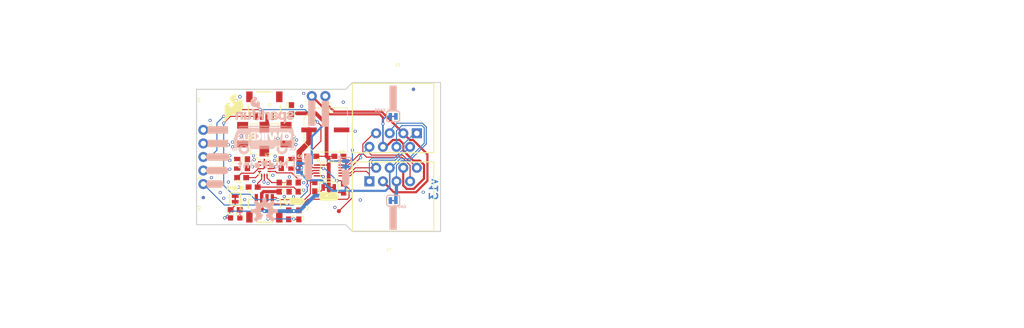
<source format=kicad_pcb>
(kicad_pcb (version 20211014) (generator pcbnew)
  (layers (0 "F.Cu" signal) (31 "B.Cu" signal) (34 "B.Paste" user) (35 "F.Paste" user) (36 "B.SilkS" user "B.Silkscreen") (37 "F.SilkS" user "F.Silkscreen") (38 "B.Mask" user) (39 "F.Mask" user) (44 "Edge.Cuts" user))
  (net 0 "")
  (net 1 "SDA")
  (net 2 "SCL")
  (net 3 "GND")
  (net 4 "VCC_1")
  (net 5 "EN")
  (net 6 "DSDA_N")
  (net 7 "DSDA_P")
  (net 8 "DSCL_P")
  (net 9 "DSCL_N")
  (net 10 "N$3")
  (net 11 "N$4")
  (net 12 "BLUE_N")
  (net 13 "N$13")
  (net 14 "N$14")
  (net 15 "GRN_N")
  (net 16 "VREG_IN")
  (net 17 "3.3V")
  (net 18 "VCC_2")
  (net 19 "N$1")
  (net 20 "SW")
  (net 21 "N$6")
  (net 22 "N$7")
  (net 23 "N$9")
  (footprint "boardEagle:#SDA#0" (layer "F.Cu") (at 127.4191 105.0036)
    (fp_text reference "U$3" hide)
    (fp_text value "" hide)
  )
  (footprint "boardEagle:1X04_NO_SILK" (layer "F.Cu") (at 126.9111 99.9236 -90)
    (fp_text reference "J5")
    (fp_text value "")
  )
  (footprint "boardEagle:0603" (layer "F.Cu") (at 144.8181 115.8621 -90)
    (fp_text reference "C4")
    (fp_text value "1.0uF")
  )
  (footprint "boardEagle:#I2C#0" (layer "F.Cu") (at 148.5646 112.4966)
    (fp_text reference "U$13" hide)
    (fp_text value "" hide)
  )
  (footprint "boardEagle:1210" (layer "F.Cu") (at 134.2771 100.8126 -90)
    (fp_text reference "C11")
    (fp_text value "22uF")
  )
  (footprint "boardEagle:0805" (layer "F.Cu") (at 143.4211 106.2736 90)
    (fp_text reference "C6")
    (fp_text value "4.7uF")
  )
  (footprint "boardEagle:ORDERING_INSTRUCTIONS" (layer "F.Cu") (at 178.9811 75.7936)
    (fp_text reference "U$20" hide)
    (fp_text value "" hide)
  )
  (footprint "boardEagle:QWIIC_4MM" (layer "F.Cu") (at 143.9291 113.3221)
    (fp_text reference "U$22" hide)
    (fp_text value "" hide)
  )
  (footprint "boardEagle:JST04_1MM_RA" (layer "F.Cu") (at 138.3411 112.6236)
    (fp_text reference "J1")
    (fp_text value "QWIIC")
  )
  (footprint "boardEagle:INDUCTOR_5X5MM" (layer "F.Cu") (at 138.3411 101.6381 90)
    (fp_text reference "L2")
    (fp_text value "2.2uH" hide)
  )
  (footprint "boardEagle:FIDUCIAL-MICRO" (layer "F.Cu") (at 126.9111 112.6236)
    (fp_text reference "FD1" hide)
    (fp_text value "FIDUCIALUFIDUCIAL" hide)
  )
  (footprint "boardEagle:0603" (layer "F.Cu") (at 147.2311 104.8766 180)
    (fp_text reference "C1")
    (fp_text value "0.1uF")
  )
  (footprint "boardEagle:RJ45-8" (layer "F.Cu") (at 162.4711 115.9256)
    (fp_text reference "J7")
    (fp_text value "RJ45")
  )
  (footprint "boardEagle:0603" (layer "F.Cu") (at 152.3111 104.8766)
    (fp_text reference "C2")
    (fp_text value "0.1uF")
  )
  (footprint "boardEagle:TSSOP10" (layer "F.Cu") (at 150.4061 107.5436)
    (fp_text reference "U1")
    (fp_text value "PCA9615")
  )
  (footprint "boardEagle:STAND-OFF" (layer "F.Cu") (at 128.1811 94.8436 90)
    (fp_text reference "H4")
    (fp_text value "STAND-OFF")
  )
  (footprint "boardEagle:SMT-JUMPER_3_2-NC_TRACE_SILK" (layer "F.Cu") (at 150.4061 110.7186 180)
    (fp_text reference "I2C0")
    (fp_text value "JUMPER-SMT_3_2-NC_TRACE_SILK")
  )
  (footprint "boardEagle:0603" (layer "F.Cu") (at 142.9131 115.8621 -90)
    (fp_text reference "C3")
    (fp_text value "1.0uF")
  )
  (footprint "boardEagle:0603" (layer "F.Cu") (at 141.5161 106.2736 90)
    (fp_text reference "C8")
    (fp_text value "0.22uF")
  )
  (footprint "boardEagle:0603" (layer "F.Cu") (at 147.8026 110.5916 -90)
    (fp_text reference "R7")
    (fp_text value "4.7k")
  )
  (footprint "boardEagle:0603" (layer "F.Cu") (at 142.9766 110.6551 90)
    (fp_text reference "R2")
    (fp_text value "43k")
  )
  (footprint "boardEagle:SMT-JUMPER_2_NC_TRACE_SILK" (layer "F.Cu") (at 132.8801 112.8776 -90)
    (fp_text reference "PWR0")
    (fp_text value "JUMPER-SMT_2_NC_TRACE_SILK")
  )
  (footprint "boardEagle:PWR0" (layer "F.Cu") (at 130.5941 110.9091)
    (fp_text reference "U$23" hide)
    (fp_text value "" hide)
  )
  (footprint "boardEagle:0603" (layer "F.Cu") (at 144.6911 110.6551 -90)
    (fp_text reference "R3")
    (fp_text value "100k")
  )
  (footprint "boardEagle:STAND-OFF" (layer "F.Cu") (at 128.1811 115.1636 90)
    (fp_text reference "H3")
    (fp_text value "STAND-OFF")
  )
  (footprint "boardEagle:SFE_LOGO_FLAME_.2" (layer "F.Cu") (at 132.6261 95.8596)
    (fp_text reference "LOGO3" hide)
    (fp_text value "SFE_LOGO_FLAME.2_INCH" hide)
  )
  (footprint "boardEagle:RJ45-8" (layer "F.Cu") (at 162.4711 94.2086 180)
    (fp_text reference "J3")
    (fp_text value "RJ45")
  )
  (footprint "boardEagle:0603" (layer "F.Cu") (at 143.4211 96.1136 90)
    (fp_text reference "C14")
    (fp_text value "0.1uF")
  )
  (footprint "boardEagle:1X01_NO_SILK" (layer "F.Cu") (at 126.9111 110.0836)
    (fp_text reference "J4")
    (fp_text value "")
  )
  (footprint "boardEagle:STAND-OFF" (layer "F.Cu") (at 148.5011 115.1636 90)
    (fp_text reference "H2")
    (fp_text value "STAND-OFF")
  )
  (footprint "boardEagle:0603" (layer "F.Cu") (at 135.1661 106.2736 90)
    (fp_text reference "C15")
    (fp_text value "0.22uF")
  )
  (footprint "boardEagle:0603" (layer "F.Cu") (at 153.2001 110.8456 -90)
    (fp_text reference "R8")
    (fp_text value "4.7k")
  )
  (footprint "boardEagle:0603" (layer "F.Cu") (at 136.2456 110.6551 180)
    (fp_text reference "C5")
    (fp_text value "1.0uF")
  )
  (footprint "boardEagle:JST04_1MM_RA" (layer "F.Cu") (at 138.3411 97.3836 180)
    (fp_text reference "J2")
    (fp_text value "QWIIC")
  )
  (footprint "boardEagle:LED-0603" (layer "F.Cu") (at 132.8801 116.4336)
    (fp_text reference "D11")
    (fp_text value "RED")
  )
  (footprint "boardEagle:FIDUCIAL-MICRO" (layer "F.Cu") (at 166.2811 92.3036)
    (fp_text reference "FD2" hide)
    (fp_text value "FIDUCIALUFIDUCIAL" hide)
  )
  (footprint "boardEagle:0805" (layer "F.Cu") (at 133.2611 106.2736 90)
    (fp_text reference "C7")
    (fp_text value "4.7uF")
  )
  (footprint "boardEagle:0603" (layer "F.Cu") (at 134.0866 108.8771 180)
    (fp_text reference "C9")
    (fp_text value "0.1uF")
  )
  (footprint "boardEagle:0603" (layer "F.Cu") (at 132.8801 114.9096 180)
    (fp_text reference "R11")
    (fp_text value "1k")
  )
  (footprint "boardEagle:#EN#0" (layer "F.Cu") (at 127.4191 110.0836)
    (fp_text reference "U$6" hide)
    (fp_text value "" hide)
  )
  (footprint "boardEagle:#GND#0" (layer "F.Cu") (at 127.4191 99.9236)
    (fp_text reference "U$1" hide)
    (fp_text value "" hide)
  )
  (footprint "boardEagle:0603" (layer "F.Cu") (at 141.1351 110.6551 -90)
    (fp_text reference "R1")
    (fp_text value "100k")
  )
  (footprint "boardEagle:8X10.5" (layer "F.Cu") (at 149.7691 99.9236)
    (fp_text reference "C12")
    (fp_text value "100uF")
  )
  (footprint "boardEagle:#SCL#0" (layer "F.Cu") (at 127.4191 107.5436)
    (fp_text reference "U$4" hide)
    (fp_text value "" hide)
  )
  (footprint "boardEagle:1X02_NO_SILK" (layer "F.Cu") (at 149.7711 93.5736 180)
    (fp_text reference "J6")
    (fp_text value "")
  )
  (footprint "boardEagle:CREATIVE_COMMONS" (layer "F.Cu") (at 109.1311 134.2136)
    (fp_text reference "FRAME1" hide)
    (fp_text value "FRAME-LETTER" hide)
  )
  (footprint "boardEagle:1210" (layer "F.Cu") (at 142.4051 100.8126 -90)
    (fp_text reference "C10")
    (fp_text value "22uF")
  )
  (footprint "boardEagle:VQFN-HR-12" (layer "F.Cu") (at 138.3411 107.0356)
    (fp_text reference "U3")
    (fp_text value "LMR33630")
  )
  (footprint "boardEagle:PAD.03X.03" (layer "F.Cu") (at 152.3111 115.1636)
    (fp_text reference "TP1" hide)
    (fp_text value "TEST-POINT3" hide)
  )
  (footprint "boardEagle:#3V3#0" (layer "F.Cu") (at 127.4191 102.4636)
    (fp_text reference "U$2" hide)
    (fp_text value "" hide)
  )
  (footprint "boardEagle:SMT-JUMPER_2_NC_TRACE_SILK" (layer "B.Cu") (at 162.4711 97.3836 180)
    (fp_text reference "HV_GND0")
    (fp_text value "JUMPER-SMT_2_NC_TRACE_SILK")
  )
  (footprint "boardEagle:#BP#0" (layer "B.Cu") (at 153.5811 107.2261 -90)
    (fp_text reference "U$5" hide)
    (fp_text value "" hide)
  )
  (footprint "boardEagle:#EN#0" (layer "B.Cu") (at 130.7211 110.0836 180)
    (fp_text reference "U$12" hide)
    (fp_text value "" hide)
  )
  (footprint "boardEagle:SMT-JUMPER_3_NO_SILK" (layer "B.Cu") (at 144.9451 107.0356 -90)
    (fp_text reference "PSEL0")
    (fp_text value "JUMPER-SMT_3_NO_SILK")
  )
  (footprint "boardEagle:#GND2#0" (layer "B.Cu") (at 147.2311 94.0816 -90)
    (fp_text reference "U$24" hide)
    (fp_text value "" hide)
  )
  (footprint "boardEagle:SMT-JUMPER_2_NC_TRACE_SILK" (layer "B.Cu") (at 153.5811 106.2736 -90)
    (fp_text reference "BP0")
    (fp_text value "JUMPER-SMT_2_NC_TRACE_SILK")
  )
  (footprint "boardEagle:#SCL#0" (layer "B.Cu") (at 131.6101 107.5436 180)
    (fp_text reference "U$10" hide)
    (fp_text value "" hide)
  )
  (footprint "boardEagle:#PSEL#0" (layer "B.Cu") (at 146.5961 104.3686 -90)
    (fp_text reference "U$17" hide)
    (fp_text value "" hide)
  )
  (footprint "boardEagle:20" (layer "B.Cu") (at 145.0086 103.7971 -90)
    (fp_text reference "U$19" hide)
    (fp_text value "" hide)
  )
  (footprint "boardEagle:10" (layer "B.Cu") (at 144.9451 108.1151 -90)
    (fp_text reference "U$18" hide)
    (fp_text value "" hide)
  )
  (footprint "boardEagle:MIDPOINT0" (layer "B.Cu") (at 143.8021 106.4006 180)
    (fp_text reference "U$30" hide)
    (fp_text value "" hide)
  )
  (footprint "boardEagle:SFE_LOGO_NAME_FLAME_.1" (layer "B.Cu") (at 138.3411 97.3836 180)
    (fp_text reference "LOGO4" hide)
    (fp_text value "SFE_LOGO_NAME_FLAME.1_INCH" hide)
  )
  (footprint "boardEagle:SMT-JUMPER_2_NC_TRACE_SILK" (layer "B.Cu") (at 162.4711 113.1951)
    (fp_text reference "GND\\0")
    (fp_text value "JUMPER-SMT_2_NC_TRACE_SILK")
  )
  (footprint "boardEagle:#GND1#0" (layer "B.Cu") (at 162.4711 113.8936 -90)
    (fp_text reference "U$14" hide)
    (fp_text value "" hide)
  )
  (footprint "boardEagle:#VCC2#0" (layer "B.Cu") (at 149.7711 94.1451 -90)
    (fp_text reference "U$16" hide)
    (fp_text value "" hide)
  )
  (footprint "boardEagle:#SDA#0" (layer "B.Cu") (at 131.8641 105.0036 180)
    (fp_text reference "U$9" hide)
    (fp_text value "" hide)
  )
  (footprint "boardEagle:FIDUCIAL-MICRO" (layer "B.Cu") (at 166.2811 92.3036 180)
    (fp_text reference "FD4" hide)
    (fp_text value "FIDUCIALUFIDUCIAL" hide)
  )
  (footprint "boardEagle:QWIICBUS#WORKING#LOGO#JPG" (layer "B.Cu") (at 137.8331 101.4476 180)
    (fp_text reference "U$15" hide)
    (fp_text value "" hide)
  )
  (footprint "boardEagle:#GND#0" (layer "B.Cu") (at 131.8641 99.9236 180)
    (fp_text reference "U$7" hide)
    (fp_text value "" hide)
  )
  (footprint "boardEagle:OSHW-LOGO-M" (layer "B.Cu") (at 138.3411 115.1636 180)
    (fp_text reference "LOGO1" hide)
    (fp_text value "OSHW-LOGOM" hide)
  )
  (footprint "boardEagle:#GND2#0" (layer "B.Cu") (at 162.4711 96.6851 90)
    (fp_text reference "U$11" hide)
    (fp_text value "" hide)
  )
  (footprint "boardEagle:#3V3#0" (layer "B.Cu") (at 131.8641 102.4636 180)
    (fp_text reference "U$8" hide)
    (fp_text value "" hide)
  )
  (footprint "boardEagle:FIDUCIAL-MICRO" (layer "B.Cu") (at 126.9111 112.6236 180)
    (fp_text reference "FD3" hide)
    (fp_text value "FIDUCIALUFIDUCIAL" hide)
  )
  (gr_line (start 153.5811 92.3036) (end 154.8511 91.0336) (layer "Edge.Cuts") (width 0.2032))
  (gr_line (start 154.8511 118.9736) (end 153.5811 117.7036) (layer "Edge.Cuts") (width 0.2032))
  (gr_line (start 125.6411 92.3036) (end 153.5811 92.3036) (layer "Edge.Cuts") (width 0.2032))
  (gr_line (start 153.5811 117.7036) (end 125.6411 117.7036) (layer "Edge.Cuts") (width 0.2032))
  (gr_line (start 154.8511 91.0336) (end 171.3611 91.0336) (layer "Edge.Cuts") (width 0.2032))
  (gr_line (start 171.3611 118.9736) (end 154.8511 118.9736) (layer "Edge.Cuts") (width 0.2032))
  (gr_line (start 171.3611 91.0336) (end 171.3611 118.9736) (layer "Edge.Cuts") (width 0.2032))
  (gr_line (start 125.6411 117.7036) (end 125.6411 92.3036) (layer "Edge.Cuts") (width 0.2032))
  (gr_text "v13" (at 170.9801 108.8771 -270) (layer "B.Cu") (effects (font (size 1.5113 1.5113) (thickness 0.2667)) (justify left bottom mirror)))
  (segment (start 148.1471 107.0261) (end 147.4121 107.0261) (width 0.2032) (layer "F.Cu") (net 1))
  (segment (start 151.9301 109.4486) (end 152.6531 109.4486) (width 0.2032) (layer "F.Cu") (net 1))
  (segment (start 149.2536 107.0261) (end 148.1471 107.0261) (width 0.2032) (layer "F.Cu") (net 1))
  (segment (start 130.7211 97.3836) (end 131.9911 96.1136) (width 0.2032) (layer "F.Cu") (net 1))
  (segment (start 152.6531 109.4486) (end 153.2001 109.9956) (width 0.2032) (layer "F.Cu") (net 1))
  (segment (start 147.4121 107.0261) (end 147.2311 106.8451) (width 0.2032) (layer "F.Cu") (net 1))
  (segment (start 148.9456 102.0191) (end 147.2311 103.7336) (width 0.2032) (layer "F.Cu") (net 1))
  (segment (start 153.8986 112.9411) (end 146.5326 112.9411) (width 0.2032) (layer "F.Cu") (net 1))
  (segment (start 153.2001 109.9956) (end 154.2161 111.0116) (width 0.2032) (layer "F.Cu") (net 1))
  (segment (start 148.9456 99.0981) (end 148.9456 102.0191) (width 0.2032) (layer "F.Cu") (net 1))
  (segment (start 139.1031 113.8301) (end 138.8411 113.5681) (width 0.2032) (layer "F.Cu") (net 1))
  (segment (start 154.2161 111.0116) (end 154.2161 112.6236) (width 0.2032) (layer "F.Cu") (net 1))
  (segment (start 138.8491 112.6156) (end 138.8411 112.6236) (width 0.2032) (layer "F.Cu") (net 1))
  (segment (start 148.3106 98.4631) (end 148.9456 99.0981) (width 0.2032) (layer "F.Cu") (net 1))
  (segment (start 138.8411 113.5681) (end 138.8411 112.6236) (width 0.2032) (layer "F.Cu") (net 1))
  (segment (start 137.5791 96.1136) (end 137.8411 96.3756) (width 0.2032) (layer "F.Cu") (net 1))
  (segment (start 149.3901 107.1626) (end 149.2536 107.0261) (width 0.2032) (layer "F.Cu") (net 1))
  (segment (start 131.9911 96.1136) (end 137.5791 96.1136) (width 0.2032) (layer "F.Cu") (net 1))
  (segment (start 147.2311 106.8451) (end 147.2311 103.7336) (width 0.2032) (layer "F.Cu") (net 1))
  (segment (start 137.8411 96.3756) (end 137.8411 97.3836) (width 0.2032) (layer "F.Cu") (net 1))
  (segment (start 146.5326 112.9411) (end 145.6436 113.8301) (width 0.2032) (layer "F.Cu") (net 1))
  (segment (start 145.6436 113.8301) (end 139.1031 113.8301) (width 0.2032) (layer "F.Cu") (net 1))
  (segment (start 154.2161 112.6236) (end 153.8986 112.9411) (width 0.2032) (layer "F.Cu") (net 1))
  (via (at 130.7211 97.3836) (size 0.5842) (drill 0.3302) (layers "F.Cu" "B.Cu") (net 1))
  (via (at 137.5791 96.1136) (size 0.5842) (drill 0.3302) (layers "F.Cu" "B.Cu") (net 1))
  (via (at 151.9301 109.4486) (size 0.635) (drill 0.381) (layers "F.Cu" "B.Cu") (net 1))
  (via (at 149.3901 107.1626) (size 0.5842) (drill 0.3302) (layers "F.Cu" "B.Cu") (net 1))
  (via (at 148.3106 98.4631) (size 0.5842) (drill 0.3302) (layers "F.Cu" "B.Cu") (net 1))
  (segment (start 145.9611 96.1136) (end 137.5791 96.1136) (width 0.2032) (layer "B.Cu") (net 1))
  (segment (start 129.4511 103.7336) (end 129.4511 98.6536) (width 0.2032) (layer "B.Cu") (net 1))
  (segment (start 129.4511 98.6536) (end 130.7211 97.3836) (width 0.2032) (layer "B.Cu") (net 1))
  (segment (start 149.6441 107.1626) (end 149.3901 107.1626) (width 0.2032) (layer "B.Cu") (net 1))
  (segment (start 126.9111 105.0036) (end 128.1811 105.0036) (width 0.2032) (layer "B.Cu") (net 1))
  (segment (start 128.1811 105.0036) (end 129.4511 103.7336) (width 0.2032) (layer "B.Cu") (net 1))
  (segment (start 148.3106 98.4631) (end 145.9611 96.1136) (width 0.2032) (layer "B.Cu") (net 1))
  (segment (start 151.9301 109.4486) (end 149.6441 107.1626) (width 0.2032) (layer "B.Cu") (net 1))
  (segment (start 147.8026 109.7416) (end 146.9771 109.7416) (width 0.2032) (layer "F.Cu") (net 2))
  (segment (start 140.5001 112.6236) (end 140.8811 113.0046) (width 0.2032) (layer "F.Cu") (net 2))
  (segment (start 136.8411 97.3836) (end 131.9911 97.3836) (width 0.2032) (layer "F.Cu") (net 2))
  (segment (start 146.9771 108.5596) (end 146.9771 109.7416) (width 0.2032) (layer "F.Cu") (net 2))
  (segment (start 146.9771 109.7416) (end 146.9771 111.9251) (width 0.2032) (layer "F.Cu") (net 2))
  (segment (start 131.9911 97.3836) (end 130.7211 98.6536) (width 0.2032) (layer "F.Cu") (net 2))
  (segment (start 145.8976 113.0046) (end 140.8811 113.0046) (width 0.2032) (layer "F.Cu") (net 2))
  (segment (start 147.5106 108.0261) (end 148.1471 108.0261) (width 0.2032) (layer "F.Cu") (net 2))
  (segment (start 139.8411 112.6236) (end 140.5001 112.6236) (width 0.2032) (layer "F.Cu") (net 2))
  (segment (start 146.9771 111.9251) (end 145.8976 113.0046) (width 0.2032) (layer "F.Cu") (net 2))
  (segment (start 147.5106 108.0261) (end 146.9771 108.5596) (width 0.2032) (layer "F.Cu") (net 2))
  (via (at 130.7211 98.6536) (size 0.5842) (drill 0.3302) (layers "F.Cu" "B.Cu") (net 2))
  (via (at 140.8811 113.0046) (size 0.5842) (drill 0.3302) (layers "F.Cu" "B.Cu") (net 2))
  (segment (start 136.6266 113.0046) (end 140.8811 113.0046) (width 0.2032) (layer "B.Cu") (net 2))
  (segment (start 136.6266 113.0046) (end 135.6106 111.9886) (width 0.2032) (layer "B.Cu") (net 2))
  (segment (start 132.3721 111.9886) (end 135.6106 111.9886) (width 0.2032) (layer "B.Cu") (net 2))
  (segment (start 130.7211 110.3376) (end 132.3721 111.9886) (width 0.2032) (layer "B.Cu") (net 2))
  (segment (start 126.9111 107.5436) (end 130.7211 107.5436) (width 0.2032) (layer "B.Cu") (net 2))
  (segment (start 130.7211 98.6536) (end 130.7211 107.5436) (width 0.2032) (layer "B.Cu") (net 2))
  (segment (start 130.7211 107.5436) (end 130.7211 110.3376) (width 0.2032) (layer "B.Cu") (net 2))
  (segment (start 144.8181 116.7121) (end 144.0171 116.7121) (width 0.2032) (layer "F.Cu") (net 3))
  (segment (start 149.2346 108.5311) (end 149.3901 108.6866) (width 0.2032) (layer "F.Cu") (net 3))
  (segment (start 138.3411 108.4356) (end 138.3411 109.8296) (width 0.2032) (layer "F.Cu") (net 3))
  (segment (start 144.0171 116.7121) (end 143.9291 116.6241) (width 0.2032) (layer "F.Cu") (net 3))
  (segment (start 148.1471 108.5311) (end 149.2346 108.5311) (width 0.2032) (layer "F.Cu") (net 3))
  (segment (start 143.9291 116.6241) (end 143.8656 116.6241) (width 0.2032) (layer "F.Cu") (net 3))
  (via (at 131.8641 104.7496) (size 0.5842) (drill 0.3302) (layers "F.Cu" "B.Cu") (net 3))
  (via (at 155.3591 100.1776) (size 0.5842) (drill 0.3302) (layers "F.Cu" "B.Cu") (net 3))
  (via (at 139.0396 116.6241) (size 0.604) (drill 0.35) (layers "F.Cu" "B.Cu") (net 3))
  (via (at 144.2466 102.6541) (size 0.5842) (drill 0.3302) (layers "F.Cu" "B.Cu") (net 3))
  (via (at 145.7071 111.2266) (size 0.5842) (drill 0.3302) (layers "F.Cu" "B.Cu") (net 3))
  (via (at 134.6581 113.0046) (size 0.5842) (drill 0.3302) (layers "F.Cu" "B.Cu") (net 3))
  (via (at 133.0071 94.4626) (size 0.635) (drill 0.381) (layers "F.Cu" "B.Cu") (net 3))
  (via (at 131.6101 109.7026) (size 0.5842) (drill 0.3302) (layers "F.Cu" "B.Cu") (net 3))
  (via (at 139.9286 108.4326) (size 0.5842) (drill 0.3302) (layers "F.Cu" "B.Cu") (net 3))
  (via (at 153.1366 94.7166) (size 0.5842) (drill 0.3302) (layers "F.Cu" "B.Cu") (net 3))
  (via (at 145.7071 109.8296) (size 0.5842) (drill 0.3302) (layers "F.Cu" "B.Cu") (net 3))
  (via (at 131.6101 102.7176) (size 0.5842) (drill 0.3302) (layers "F.Cu" "B.Cu") (net 3))
  (via (at 140.8811 101.5111) (size 0.5842) (drill 0.3302) (layers "F.Cu" "B.Cu") (net 3))
  (via (at 140.2461 105.6386) (size 0.5842) (drill 0.3302) (layers "F.Cu" "B.Cu") (net 3))
  (via (at 143.0401 108.7501) (size 0.5842) (drill 0.3302) (layers "F.Cu" "B.Cu") (net 3))
  (via (at 151.5491 114.4651) (size 0.5842) (drill 0.3302) (layers "F.Cu" "B.Cu") (net 3))
  (via (at 130.7211 112.7506) (size 0.5842) (drill 0.3302) (layers "F.Cu" "B.Cu") (net 3))
  (via (at 149.3901 108.6866) (size 0.5842) (drill 0.3302) (layers "F.Cu" "B.Cu") (net 3))
  (via (at 131.8641 107.2896) (size 0.5842) (drill 0.3302) (layers "F.Cu" "B.Cu") (net 3))
  (via (at 142.5321 101.1301) (size 0.5842) (drill 0.3302) (layers "F.Cu" "B.Cu") (net 3))
  (via (at 132.3721 103.0986) (size 0.5842) (drill 0.3302) (layers "F.Cu" "B.Cu") (net 3))
  (via (at 142.0876 112.4331) (size 0.5842) (drill 0.3302) (layers "F.Cu" "B.Cu") (net 3))
  (via (at 136.3091 104.7496) (size 0.5842) (drill 0.3302) (layers "F.Cu" "B.Cu") (net 3))
  (via (at 145.3261 95.4786) (size 0.5842) (drill 0.3302) (layers "F.Cu" "B.Cu") (net 3))
  (via (at 156.3116 113.0681) (size 0.5842) (drill 0.3302) (layers "F.Cu" "B.Cu") (net 3))
  (via (at 134.0231 101.0666) (size 0.5842) (drill 0.3302) (layers "F.Cu" "B.Cu") (net 3))
  (via (at 133.5151 110.6551) (size 0.5842) (drill 0.3302) (layers "F.Cu" "B.Cu") (net 3))
  (via (at 128.1811 98.1456) (size 0.5842) (drill 0.3302) (layers "F.Cu" "B.Cu") (net 3))
  (via (at 136.4361 105.5116) (size 0.5842) (drill 0.3302) (layers "F.Cu" "B.Cu") (net 3))
  (via (at 131.8641 105.6386) (size 0.5842) (drill 0.3302) (layers "F.Cu" "B.Cu") (net 3))
  (via (at 130.0861 111.6711) (size 0.5842) (drill 0.3302) (layers "F.Cu" "B.Cu") (net 3))
  (via (at 139.0396 109.9566) (size 0.5842) (drill 0.3302) (layers "F.Cu" "B.Cu") (net 3))
  (via (at 143.8021 112.4966) (size 0.5842) (drill 0.3302) (layers "F.Cu" "B.Cu") (net 3))
  (via (at 143.8656 116.6241) (size 0.604) (drill 0.35) (layers "F.Cu" "B.Cu") (net 3))
  (via (at 133.7691 93.7006) (size 0.635) (drill 0.381) (layers "F.Cu" "B.Cu") (net 3))
  (via (at 138.2776 109.7026) (size 0.5842) (drill 0.3302) (layers "F.Cu" "B.Cu") (net 3))
  (via (at 132.3721 102.2096) (size 0.5842) (drill 0.3302) (layers "F.Cu" "B.Cu") (net 3))
  (via (at 144.3736 101.8286) (size 0.5842) (drill 0.3302) (layers "F.Cu" "B.Cu") (net 3))
  (via (at 136.3726 109.5756) (size 0.5842) (drill 0.3302) (layers "F.Cu" "B.Cu") (net 3))
  (via (at 143.8656 101.1936) (size 0.5842) (drill 0.3302) (layers "F.Cu" "B.Cu") (net 3))
  (via (at 168.1226 111.6076) (size 0.5842) (drill 0.3302) (layers "F.Cu" "B.Cu") (net 3))
  (via (at 140.3731 104.8766) (size 0.5842) (drill 0.3302) (layers "F.Cu" "B.Cu") (net 3))
  (via (at 128.4351 108.8771) (size 0.5842) (drill 0.3302) (layers "F.Cu" "B.Cu") (net 3))
  (via (at 145.7071 93.0656) (size 0.5842) (drill 0.3302) (layers "F.Cu" "B.Cu") (net 3))
  (segment (start 143.8656 116.6241) (end 139.0396 116.6241) (width 0.2032) (layer "B.Cu") (net 3))
  (segment (start 154.8511 103.7336) (end 154.8511 105.1941) (width 0.2032) (layer "F.Cu") (net 4))
  (segment (start 154.8511 112.6236) (end 152.3111 115.1636) (width 0.2032) (layer "F.Cu") (net 4))
  (segment (start 154.8511 112.6236) (end 154.8511 111.3536) (width 0.2032) (layer "F.Cu") (net 4))
  (segment (start 152.7721 106.5261) (end 153.5191 106.5261) (width 0.2032) (layer "F.Cu") (net 4))
  (segment (start 154.8511 105.1941) (end 153.5191 106.5261) (width 0.2032) (layer "F.Cu") (net 4))
  (via (at 154.8511 111.3536) (size 0.604) (drill 0.35) (layers "F.Cu" "B.Cu") (net 4))
  (via (at 154.8511 103.7336) (size 0.5842) (drill 0.3302) (layers "F.Cu" "B.Cu") (net 4))
  (segment (start 154.8511 106.4641) (end 154.8511 103.7336) (width 0.2032) (layer "B.Cu") (net 4))
  (segment (start 161.0614 111.3536) (end 154.8511 111.3536) (width 0.4064) (layer "B.Cu") (net 4))
  (segment (start 163.1061 103.0986) (end 163.1061 100.104388) (width 0.2032) (layer "B.Cu") (net 4))
  (segment (start 168.3131 102.4001) (end 168.3131 99.5426) (width 0.2032) (layer "B.Cu") (net 4))
  (segment (start 154.8511 106.4641) (end 154.5209 106.7943) (width 0.2032) (layer "B.Cu") (net 4))
  (segment (start 161.8361 107.0356) (end 162.0901 107.0356) (width 0.2032) (layer "B.Cu") (net 4))
  (segment (start 153.5811 111.3536) (end 153.5811 106.7943) (width 0.4064) (layer "B.Cu") (net 4))
  (segment (start 146.4691 109.3724) (end 149.0599 109.3724) (width 0.4064) (layer "B.Cu") (net 4))
  (segment (start 161.8361 110.5789) (end 161.0614 111.3536) (width 0.4064) (layer "B.Cu") (net 4))
  (segment (start 154.8511 111.3536) (end 153.5811 111.3536) (width 0.4064) (layer "B.Cu") (net 4))
  (segment (start 163.8046 105.3211) (end 162.0901 107.0356) (width 0.2032) (layer "B.Cu") (net 4))
  (segment (start 165.3921 105.3211) (end 168.3131 102.4001) (width 0.2032) (layer "B.Cu") (net 4))
  (segment (start 163.1061 100.104388) (end 164.112387 99.0981) (width 0.2032) (layer "B.Cu") (net 4))
  (segment (start 153.5811 106.7943) (end 154.5209 106.7943) (width 0.2032) (layer "B.Cu") (net 4))
  (segment (start 151.0411 111.3536) (end 153.5811 111.3536) (width 0.4064) (layer "B.Cu") (net 4))
  (segment (start 167.8686 99.0981) (end 164.112387 99.0981) (width 0.2032) (layer "B.Cu") (net 4))
  (segment (start 161.8361 107.0356) (end 161.8361 110.5789) (width 0.3048) (layer "B.Cu") (net 4))
  (segment (start 149.0599 109.3724) (end 151.0411 111.3536) (width 0.4064) (layer "B.Cu") (net 4))
  (segment (start 163.1061 100.104388) (end 163.0934 100.117088) (width 0.2032) (layer "B.Cu") (net 4))
  (segment (start 168.3131 99.5426) (end 167.8686 99.0981) (width 0.2032) (layer "B.Cu") (net 4))
  (segment (start 144.9451 107.8484) (end 146.4691 109.3724) (width 0.4064) (layer "B.Cu") (net 4))
  (segment (start 163.8046 105.3211) (end 165.3921 105.3211) (width 0.2032) (layer "B.Cu") (net 4))
  (segment (start 147.454281 107.5436) (end 146.3929 108.604982) (width 0.2032) (layer "F.Cu") (net 5))
  (segment (start 146.3929 108.604982) (end 146.3929 110.3376) (width 0.2032) (layer "F.Cu") (net 5))
  (segment (start 148.1296 107.5436) (end 147.454281 107.5436) (width 0.2032) (layer "F.Cu") (net 5))
  (segment (start 148.1471 107.5261) (end 148.1296 107.5436) (width 0.2032) (layer "F.Cu") (net 5))
  (via (at 146.3929 110.3376) (size 0.5842) (drill 0.3302) (layers "F.Cu" "B.Cu") (net 5))
  (segment (start 146.3929 111.4171) (end 146.3929 110.3376) (width 0.2032) (layer "B.Cu") (net 5))
  (segment (start 126.9111 110.0836) (end 130.8481 114.0206) (width 0.2032) (layer "B.Cu") (net 5))
  (segment (start 146.3929 111.4171) (end 143.7894 114.0206) (width 0.2032) (layer "B.Cu") (net 5))
  (segment (start 130.8481 114.0206) (end 143.7894 114.0206) (width 0.2032) (layer "B.Cu") (net 5))
  (segment (start 157.482412 105.03165) (end 156.806896 104.356135) (width 0.2032) (layer "F.Cu") (net 6))
  (segment (start 156.806896 104.356135) (end 156.806896 102.593585) (width 0.2032) (layer "F.Cu") (net 6))
  (segment (start 156.676931 104.4861) (end 156.806896 104.356135) (width 0.2032) (layer "F.Cu") (net 6))
  (segment (start 165.6461 109.5756) (end 165.6461 106.581379) (width 0.2032) (layer "F.Cu") (net 6))
  (segment (start 152.7721 107.0261) (end 153.5811 107.0261) (width 0.2032) (layer "F.Cu") (net 6))
  (segment (start 158.841881 100.5586) (end 159.2961 100.5586) (width 0.2032) (layer "F.Cu") (net 6))
  (segment (start 156.1211 104.4861) (end 153.5811 107.0261) (width 0.2032) (layer "F.Cu") (net 6))
  (segment (start 165.6461 106.581379) (end 164.096371 105.03165) (width 0.2032) (layer "F.Cu") (net 6))
  (segment (start 156.806896 102.593585) (end 158.841881 100.5586) (width 0.2032) (layer "F.Cu") (net 6))
  (segment (start 156.1211 104.4861) (end 156.676931 104.4861) (width 0.2032) (layer "F.Cu") (net 6))
  (segment (start 164.096371 105.03165) (end 157.482412 105.03165) (width 0.2032) (layer "F.Cu") (net 6))
  (segment (start 158.411965 104.65065) (end 158.0261 104.264785) (width 0.2032) (layer "F.Cu") (net 7))
  (segment (start 165.196603 105.593063) (end 164.25419 104.65065) (width 0.2032) (layer "F.Cu") (net 7))
  (segment (start 158.0261 104.264785) (end 158.0261 103.0986) (width 0.2032) (layer "F.Cu") (net 7))
  (segment (start 156.372525 105.1338) (end 153.980225 107.5261) (width 0.2032) (layer "F.Cu") (net 7))
  (segment (start 165.473562 105.593063) (end 165.196603 105.593063) (width 0.2032) (layer "F.Cu") (net 7))
  (segment (start 166.9161 107.0356) (end 165.473562 105.593063) (width 0.2032) (layer "F.Cu") (net 7))
  (segment (start 153.980225 107.5261) (end 152.7721 107.5261) (width 0.2032) (layer "F.Cu") (net 7))
  (segment (start 164.25419 104.65065) (end 158.411965 104.65065) (width 0.2032) (layer "F.Cu") (net 7))
  (via (at 156.372525 105.1338) (size 0.5842) (drill 0.3302) (layers "F.Cu" "B.Cu") (net 7))
  (segment (start 156.372525 104.752175) (end 158.0261 103.0986) (width 0.2032) (layer "B.Cu") (net 7))
  (segment (start 156.372525 105.1338) (end 156.372525 104.752175) (width 0.2032) (layer "B.Cu") (net 7))
  (segment (start 155.4136 107.0356) (end 154.4231 108.0261) (width 0.2032) (layer "F.Cu") (net 8))
  (segment (start 159.2961 107.0356) (end 155.4136 107.0356) (width 0.2032) (layer "F.Cu") (net 8))
  (segment (start 152.7721 108.0261) (end 154.4231 108.0261) (width 0.2032) (layer "F.Cu") (net 8))
  (segment (start 165.6461 103.0986) (end 164.869312 103.875388) (width 0.2032) (layer "B.Cu") (net 8))
  (segment (start 164.869312 103.875388) (end 164.592353 103.875388) (width 0.2032) (layer "B.Cu") (net 8))
  (segment (start 158.42789 106.167391) (end 159.2961 107.0356) (width 0.2032) (layer "B.Cu") (net 8))
  (segment (start 158.668946 105.598072) (end 158.42789 105.839129) (width 0.2032) (layer "B.Cu") (net 8))
  (segment (start 158.42789 105.839129) (end 158.42789 106.167391) (width 0.2032) (layer "B.Cu") (net 8))
  (segment (start 162.869668 105.598072) (end 158.668946 105.598072) (width 0.2032) (layer "B.Cu") (net 8))
  (segment (start 164.592353 103.875388) (end 162.869668 105.598072) (width 0.2032) (layer "B.Cu") (net 8))
  (segment (start 155.264165 107.709982) (end 154.443046 108.5311) (width 0.2032) (layer "F.Cu") (net 9))
  (segment (start 155.264165 107.709982) (end 157.4939 107.709982) (width 0.2032) (layer "F.Cu") (net 9))
  (segment (start 157.4939 107.709982) (end 158.0261 108.242182) (width 0.2032) (layer "F.Cu") (net 9))
  (segment (start 152.7721 108.5311) (end 154.443046 108.5311) (width 0.2032) (layer "F.Cu") (net 9))
  (segment (start 158.0261 108.242182) (end 158.0261 109.5756) (width 0.2032) (layer "F.Cu") (net 9))
  (segment (start 164.4269 103.502022) (end 162.71185 105.217072) (width 0.2032) (layer "B.Cu") (net 9))
  (segment (start 166.461881 100.5586) (end 164.4269 102.593582) (width 0.2032) (layer "B.Cu") (net 9))
  (segment (start 162.71185 105.217072) (end 158.511128 105.217072) (width 0.2032) (layer "B.Cu") (net 9))
  (segment (start 164.4269 102.593582) (end 164.4269 103.502022) (width 0.2032) (layer "B.Cu") (net 9))
  (segment (start 158.0261 105.7021) (end 158.0261 109.5756) (width 0.2032) (layer "B.Cu") (net 9))
  (segment (start 158.511128 105.217072) (end 158.0261 105.7021) (width 0.2032) (layer "B.Cu") (net 9))
  (segment (start 166.9161 100.5586) (end 166.461881 100.5586) (width 0.2032) (layer "B.Cu") (net 9))
  (segment (start 153.2001 111.6956) (end 152.2721 111.6956) (width 0.2032) (layer "F.Cu") (net 10))
  (segment (start 152.2721 111.6956) (end 151.4475 110.871) (width 0.2032) (layer "F.Cu") (net 10))
  (segment (start 151.4475 110.871) (end 151.4475 110.7186) (width 0.2032) (layer "F.Cu") (net 10))
  (segment (start 149.3647 110.998) (end 149.3647 110.7186) (width 0.2032) (layer "F.Cu") (net 11))
  (segment (start 148.9211 111.4416) (end 149.3647 110.998) (width 0.2032) (layer "F.Cu") (net 11))
  (segment (start 147.8026 111.4416) (end 148.9211 111.4416) (width 0.2032) (layer "F.Cu") (net 11))
  (segment (start 168.6941 99.384775) (end 167.975625 98.6663) (width 0.2032) (layer "B.Cu") (net 12))
  (segment (start 165.549918 105.7021) (end 168.6941 102.557919) (width 0.2032) (layer "B.Cu") (net 12))
  (segment (start 163.0934 111.9505) (end 162.9918 112.0521) (width 0.6096) (layer "B.Cu") (net 12))
  (segment (start 163.0934 109.5629) (end 163.0934 106.594088) (width 0.2032) (layer "B.Cu") (net 12))
  (segment (start 163.2204 98.6663) (end 161.8361 100.0506) (width 0.2032) (layer "B.Cu") (net 12))
  (segment (start 163.0934 109.5629) (end 163.0934 111.9505) (width 0.6096) (layer "B.Cu") (net 12))
  (segment (start 163.0934 106.594088) (end 163.985387 105.7021) (width 0.2032) (layer "B.Cu") (net 12))
  (segment (start 162.9918 112.0521) (end 162.9918 113.1951) (width 0.6096) (layer "B.Cu") (net 12))
  (segment (start 168.6941 102.557919) (end 168.6941 99.384775) (width 0.2032) (layer "B.Cu") (net 12))
  (segment (start 163.1061 109.5756) (end 163.0934 109.5629) (width 0.2032) (layer "B.Cu") (net 12))
  (segment (start 163.985387 105.7021) (end 165.549918 105.7021) (width 0.2032) (layer "B.Cu") (net 12))
  (segment (start 161.8361 100.0506) (end 161.8361 100.5586) (width 0.2032) (layer "B.Cu") (net 12))
  (segment (start 167.975625 98.6663) (end 163.2204 98.6663) (width 0.2032) (layer "B.Cu") (net 12))
  (segment (start 133.7301 114.9096) (end 133.7571 114.9366) (width 0.2032) (layer "F.Cu") (net 13))
  (segment (start 133.7571 114.9366) (end 133.7571 116.4336) (width 0.2032) (layer "F.Cu") (net 13))
  (segment (start 132.0301 114.9096) (end 132.8801 114.0596) (width 0.2032) (layer "F.Cu") (net 14))
  (segment (start 132.8801 114.0596) (end 132.8801 113.3983) (width 0.2032) (layer "F.Cu") (net 14))
  (segment (start 164.3634 110.334613) (end 165.014087 110.9853) (width 0.4064) (layer "F.Cu") (net 15))
  (segment (start 164.3761 107.0356) (end 164.3634 107.0483) (width 0.4064) (layer "F.Cu") (net 15))
  (segment (start 163.674612 101.8159) (end 164.3888 102.530088) (width 0.4064) (layer "F.Cu") (net 15))
  (segment (start 160.5661 97.575404) (end 160.5661 98.7806) (width 0.4064) (layer "F.Cu") (net 15))
  (segment (start 161.127887 103.0986) (end 160.5661 103.0986) (width 0.4064) (layer "F.Cu") (net 15))
  (segment (start 162.410587 101.8159) (end 163.674612 101.8159) (width 0.4064) (layer "F.Cu") (net 15))
  (segment (start 150.6601 97.0026) (end 147.2311 93.5736) (width 0.4064) (layer "F.Cu") (net 15))
  (segment (start 168.2623 109.064613) (end 168.2623 106.467088) (width 0.4064) (layer "F.Cu") (net 15))
  (segment (start 167.484612 105.6894) (end 166.258687 105.6894) (width 0.4064) (layer "F.Cu") (net 15))
  (segment (start 164.3634 107.0483) (end 164.3634 110.334613) (width 0.4064) (layer "F.Cu") (net 15))
  (segment (start 166.258687 105.6894) (end 164.3888 103.819513) (width 0.4064) (layer "F.Cu") (net 15))
  (segment (start 166.341612 110.9853) (end 168.2623 109.064613) (width 0.4064) (layer "F.Cu") (net 15))
  (segment (start 159.993296 97.0026) (end 160.5661 97.575404) (width 0.4064) (layer "F.Cu") (net 15))
  (segment (start 168.2623 106.467088) (end 167.484612 105.6894) (width 0.4064) (layer "F.Cu") (net 15))
  (segment (start 161.127887 103.0986) (end 162.410587 101.8159) (width 0.4064) (layer "F.Cu") (net 15))
  (segment (start 150.6601 97.0026) (end 159.993296 97.0026) (width 0.4064) (layer "F.Cu") (net 15))
  (segment (start 165.014087 110.9853) (end 166.341612 110.9853) (width 0.4064) (layer "F.Cu") (net 15))
  (segment (start 164.3888 103.819513) (end 164.3888 102.530088) (width 0.4064) (layer "F.Cu") (net 15))
  (via (at 160.5661 98.7806) (size 0.5842) (drill 0.3302) (layers "F.Cu" "B.Cu") (net 15))
  (segment (start 160.5661 98.0186) (end 161.2011 97.3836) (width 0.3048) (layer "B.Cu") (net 15))
  (segment (start 160.5661 98.7806) (end 160.5661 98.0186) (width 0.3048) (layer "B.Cu") (net 15))
  (segment (start 160.5661 103.0986) (end 160.5661 98.7806) (width 0.3048) (layer "B.Cu") (net 15))
  (segment (start 161.2011 97.3836) (end 161.9504 97.3836) (width 0.3048) (layer "B.Cu") (net 15))
  (segment (start 140.0711 107.2106) (end 140.5001 106.7816) (width 0.2032) (layer "F.Cu") (net 16))
  (segment (start 144.8816 106.9721) (end 144.6911 107.1626) (width 1.016) (layer "F.Cu") (net 16))
  (segment (start 146.7191 102.2136) (end 144.8816 104.0511) (width 1.016) (layer "F.Cu") (net 16))
  (segment (start 144.6911 107.1626) (end 144.6911 107.2896) (width 0.2032) (layer "F.Cu") (net 16))
  (segment (start 139.2411 107.2106) (end 140.0711 107.2106) (width 0.2032) (layer "F.Cu") (net 16))
  (segment (start 144.8816 104.0511) (end 144.8816 106.9721) (width 1.016) (layer "F.Cu") (net 16))
  (segment (start 146.7191 99.9236) (end 146.7191 102.2136) (width 1.016) (layer "F.Cu") (net 16))
  (segment (start 144.6911 107.1626) (end 144.5641 107.0356) (width 0.2032) (layer "F.Cu") (net 16))
  (via (at 145.3261 107.0356) (size 0.5842) (drill 0.3302) (layers "F.Cu" "B.Cu") (net 16))
  (via (at 140.5001 106.8451) (size 0.5842) (drill 0.3302) (layers "F.Cu" "B.Cu") (net 16))
  (via (at 136.1186 106.8451) (size 0.5842) (drill 0.3302) (layers "F.Cu" "B.Cu") (net 16))
  (via (at 144.5641 107.0356) (size 0.5842) (drill 0.3302) (layers "F.Cu" "B.Cu") (net 16))
  (segment (start 144.9451 107.0356) (end 144.5641 107.0356) (width 0.2032) (layer "B.Cu") (net 16))
  (segment (start 150.4061 112.266613) (end 150.064612 112.266613) (width 0.7112) (layer "F.Cu") (net 17))
  (segment (start 147.9726 96.8121) (end 144.4371 96.8121) (width 0.7112) (layer "F.Cu") (net 17))
  (segment (start 150.006459 104.8766) (end 150.006459 98.84596) (width 0.7112) (layer "F.Cu") (net 17))
  (segment (start 137.8411 114.6636) (end 138.3411 115.1636) (width 0.6096) (layer "F.Cu") (net 17))
  (segment (start 150.4061 105.7656) (end 150.4061 106.5276) (width 0.7112) (layer "F.Cu") (net 17))
  (segment (start 130.9116 116.4336) (end 132.0031 116.4336) (width 0.2032) (layer "F.Cu") (net 17))
  (segment (start 137.8411 112.6236) (end 137.8411 114.6636) (width 0.6096) (layer "F.Cu") (net 17))
  (segment (start 150.006459 98.84596) (end 147.9726 96.8121) (width 0.7112) (layer "F.Cu") (net 17))
  (segment (start 148.0811 104.8766) (end 150.006459 104.8766) (width 0.2032) (layer "F.Cu") (net 17))
  (segment (start 150.4061 105.276241) (end 150.006459 104.8766) (width 0.7112) (layer "F.Cu") (net 17))
  (segment (start 137.8411 111.8536) (end 137.8411 112.6236) (width 0.6096) (layer "F.Cu") (net 17))
  (segment (start 150.4061 110.7186) (end 150.4061 112.266613) (width 0.7112) (layer "F.Cu") (net 17))
  (segment (start 151.4611 104.8766) (end 150.006459 104.8766) (width 0.2032) (layer "F.Cu") (net 17))
  (segment (start 150.4061 105.7656) (end 150.4061 105.276241) (width 0.7112) (layer "F.Cu") (net 17))
  (segment (start 150.4061 110.7186) (end 150.4061 106.5276) (width 0.7112) (layer "F.Cu") (net 17))
  (segment (start 144.8181 115.0121) (end 143.7141 115.0121) (width 0.2032) (layer "F.Cu") (net 17))
  (segment (start 150.4046 106.5261) (end 150.4061 106.5276) (width 0.2032) (layer "F.Cu") (net 17))
  (segment (start 138.1896 111.5051) (end 137.8411 111.8536) (width 0.6096) (layer "F.Cu") (net 17))
  (segment (start 141.1351 111.5051) (end 138.1896 111.5051) (width 0.6096) (layer "F.Cu") (net 17))
  (segment (start 138.8411 98.8996) (end 138.9761 99.0346) (width 0.7112) (layer "F.Cu") (net 17))
  (segment (start 143.7141 115.0121) (end 142.9131 115.0121) (width 0.2032) (layer "F.Cu") (net 17))
  (segment (start 148.1471 106.5261) (end 150.4046 106.5261) (width 0.254) (layer "F.Cu") (net 17))
  (segment (start 138.8411 97.3836) (end 138.8411 98.8996) (width 0.6096) (layer "F.Cu") (net 17))
  (segment (start 150.064612 112.266613) (end 150.0646 112.2666) (width 0.7112) (layer "F.Cu") (net 17))
  (segment (start 143.7141 115.0121) (end 143.8656 115.1636) (width 0.2032) (layer "F.Cu") (net 17))
  (via (at 150.0646 112.2666) (size 0.5842) (drill 0.3302) (layers "F.Cu" "B.Cu") (net 17))
  (via (at 150.4061 105.7656) (size 0.5842) (drill 0.3302) (layers "F.Cu" "B.Cu") (net 17))
  (via (at 138.3411 115.1636) (size 0.5842) (drill 0.3302) (layers "F.Cu" "B.Cu") (net 17))
  (via (at 143.8656 115.1636) (size 0.604) (drill 0.35) (layers "F.Cu" "B.Cu") (net 17))
  (via (at 130.9116 116.4336) (size 0.5842) (drill 0.3302) (layers "F.Cu" "B.Cu") (net 17))
  (segment (start 143.8656 115.1636) (end 144.8816 115.1636) (width 0.7112) (layer "B.Cu") (net 17))
  (segment (start 132.1816 115.1636) (end 138.3411 115.1636) (width 0.2032) (layer "B.Cu") (net 17))
  (segment (start 144.8816 115.1636) (end 147.7786 112.2666) (width 0.7112) (layer "B.Cu") (net 17))
  (segment (start 150.4188 105.7529) (end 150.4061 105.7656) (width 0.2032) (layer "B.Cu") (net 17))
  (segment (start 153.5811 105.7529) (end 150.4188 105.7529) (width 0.254) (layer "B.Cu") (net 17))
  (segment (start 130.9116 116.4336) (end 132.1816 115.1636) (width 0.2032) (layer "B.Cu") (net 17))
  (segment (start 138.3411 115.1636) (end 143.8656 115.1636) (width 0.7112) (layer "B.Cu") (net 17))
  (segment (start 150.0646 112.2666) (end 147.7786 112.2666) (width 0.7112) (layer "B.Cu") (net 17))
  (segment (start 160.3121 96.4946) (end 164.3761 100.5586) (width 0.4064) (layer "F.Cu") (net 18))
  (segment (start 149.7711 93.5736) (end 149.7711 94.8436) (width 0.4064) (layer "F.Cu") (net 18))
  (segment (start 165.6334 101.8159) (end 166.214612 101.8159) (width 0.4064) (layer "F.Cu") (net 18))
  (segment (start 168.8973 109.476432) (end 166.753431 111.6203) (width 0.4064) (layer "F.Cu") (net 18))
  (segment (start 149.7711 94.8436) (end 151.4221 96.4946) (width 0.4064) (layer "F.Cu") (net 18))
  (segment (start 166.214612 101.8159) (end 168.8973 104.498588) (width 0.4064) (layer "F.Cu") (net 18))
  (segment (start 168.8973 104.498588) (end 168.8973 109.476432) (width 0.4064) (layer "F.Cu") (net 18))
  (segment (start 166.753431 111.6203) (end 162.601087 111.6203) (width 0.4064) (layer "F.Cu") (net 18))
  (segment (start 164.3761 100.5586) (end 165.6334 101.8159) (width 0.4064) (layer "F.Cu") (net 18))
  (segment (start 162.601087 111.6203) (end 160.5661 109.585313) (width 0.4064) (layer "F.Cu") (net 18))
  (segment (start 160.5661 109.585313) (end 160.5661 109.5756) (width 0.4064) (layer "F.Cu") (net 18))
  (segment (start 151.4221 96.4946) (end 160.3121 96.4946) (width 0.4064) (layer "F.Cu") (net 18))
  (segment (start 164.3761 100.516197) (end 164.3761 100.5586) (width 0.2032) (layer "F.Cu") (net 18))
  (segment (start 149.7711 98.6536) (end 147.2311 101.1936) (width 0.4064) (layer "B.Cu") (net 18))
  (segment (start 147.2311 106.2228) (end 144.9451 106.2228) (width 0.4064) (layer "B.Cu") (net 18))
  (segment (start 147.2311 101.1936) (end 147.2311 106.2228) (width 0.4064) (layer "B.Cu") (net 18))
  (segment (start 149.7711 93.5736) (end 149.7711 98.6536) (width 0.4064) (layer "B.Cu") (net 18))
  (segment (start 136.6901 108.8771) (end 134.9366 108.8771) (width 0.2032) (layer "F.Cu") (net 19))
  (segment (start 137.4411 108.1261) (end 136.6901 108.8771) (width 0.2032) (layer "F.Cu") (net 19))
  (segment (start 137.4411 107.7106) (end 137.4411 108.1261) (width 0.2032) (layer "F.Cu") (net 19))
  (segment (start 138.3411 107.0356) (end 138.1661 107.2106) (width 0.2032) (layer "F.Cu") (net 20))
  (segment (start 134.0621 108.0516) (end 136.3481 108.0516) (width 0.2032) (layer "F.Cu") (net 20))
  (segment (start 138.3411 106.2476) (end 138.3411 107.0356) (width 0.2032) (layer "F.Cu") (net 20))
  (segment (start 138.1661 107.2106) (end 137.4411 107.2106) (width 0.2032) (layer "F.Cu") (net 20))
  (segment (start 133.2366 108.8771) (end 134.0621 108.0516) (width 0.2032) (layer "F.Cu") (net 20))
  (segment (start 137.1891 107.2106) (end 137.4411 107.2106) (width 0.2032) (layer "F.Cu") (net 20))
  (segment (start 136.3481 108.0516) (end 137.1891 107.2106) (width 0.2032) (layer "F.Cu") (net 20))
  (segment (start 138.8491 108.9406) (end 139.7136 109.8051) (width 0.2032) (layer "F.Cu") (net 21))
  (segment (start 138.8491 108.4436) (end 138.8491 108.9406) (width 0.2032) (layer "F.Cu") (net 21))
  (segment (start 138.8411 108.4356) (end 138.8491 108.4436) (width 0.2032) (layer "F.Cu") (net 21))
  (segment (start 139.7136 109.8051) (end 141.1351 109.8051) (width 0.2032) (layer "F.Cu") (net 21))
  (segment (start 142.9766 109.8051) (end 142.6346 109.8051) (width 0.2032) (layer "F.Cu") (net 21))
  (segment (start 142.9766 109.8051) (end 141.1351 109.8051) (width 0.2032) (layer "F.Cu") (net 21))
  (segment (start 140.4131 107.7106) (end 140.6906 107.9881) (width 0.2032) (layer "F.Cu") (net 22))
  (segment (start 140.6906 107.9881) (end 143.4846 107.9881) (width 0.2032) (layer "F.Cu") (net 22))
  (segment (start 139.2411 107.7106) (end 140.4131 107.7106) (width 0.2032) (layer "F.Cu") (net 22))
  (segment (start 143.4846 107.9881) (end 144.6911 109.1946) (width 0.2032) (layer "F.Cu") (net 22))
  (segment (start 144.6911 109.1946) (end 144.6911 109.8051) (width 0.2032) (layer "F.Cu") (net 22))
  (segment (start 137.0956 109.9321) (end 137.0956 110.6551) (width 0.2032) (layer "F.Cu") (net 23))
  (segment (start 144.6911 111.5051) (end 143.8411 110.6551) (width 0.2032) (layer "F.Cu") (net 23))
  (segment (start 137.8411 109.1866) (end 137.0956 109.9321) (width 0.2032) (layer "F.Cu") (net 23))
  (segment (start 137.8411 108.4356) (end 137.8411 109.1866) (width 0.2032) (layer "F.Cu") (net 23))
  (segment (start 137.8411 108.4356) (end 137.8411 108.5516) (width 0.2032) (layer "F.Cu") (net 23))
  (segment (start 143.8411 110.6551) (end 137.0956 110.6551) (width 0.2032) (layer "F.Cu") (net 23))
)
</source>
